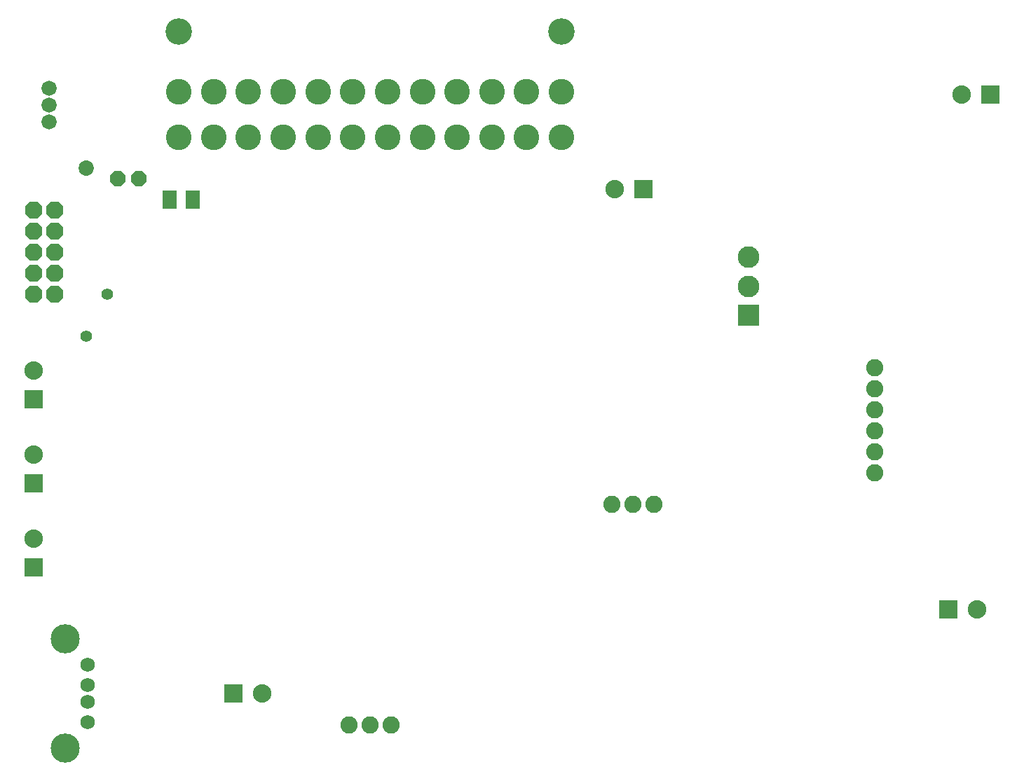
<source format=gts>
G75*
G70*
%OFA0B0*%
%FSLAX24Y24*%
%IPPOS*%
%LPD*%
%AMOC8*
5,1,8,0,0,1.08239X$1,22.5*
%
%ADD10C,0.0820*%
%ADD11R,0.1030X0.1030*%
%ADD12C,0.1030*%
%ADD13R,0.0880X0.0880*%
%ADD14C,0.0880*%
%ADD15OC8,0.0820*%
%ADD16C,0.0720*%
%ADD17C,0.1386*%
%ADD18C,0.0682*%
%ADD19C,0.1222*%
%ADD20C,0.1261*%
%ADD21OC8,0.0740*%
%ADD22R,0.0710X0.0867*%
%ADD23C,0.0556*%
%ADD24C,0.0730*%
D10*
X018632Y003100D03*
X019632Y003100D03*
X020632Y003100D03*
X031132Y013600D03*
X032132Y013600D03*
X033132Y013600D03*
X043632Y015100D03*
X043632Y016100D03*
X043632Y017100D03*
X043632Y018100D03*
X043632Y019100D03*
X043632Y020100D03*
D11*
X037632Y022600D03*
D12*
X037632Y023978D03*
X037632Y025356D03*
D13*
X032632Y028600D03*
X049132Y033100D03*
X047132Y008600D03*
X013132Y004600D03*
X003632Y010600D03*
X003632Y014600D03*
X003632Y018600D03*
D14*
X003632Y019978D03*
X003632Y015978D03*
X003632Y011978D03*
X014510Y004600D03*
X048510Y008600D03*
X031254Y028600D03*
X047754Y033100D03*
D15*
X004632Y027600D03*
X003632Y027600D03*
X003632Y026600D03*
X004632Y026600D03*
X004632Y025600D03*
X003632Y025600D03*
X003632Y024600D03*
X004632Y024600D03*
X004632Y023600D03*
X003632Y023600D03*
D16*
X004348Y031813D03*
X004348Y032600D03*
X004348Y033387D03*
D17*
X005132Y002013D03*
X005132Y007187D03*
D18*
X006195Y005978D03*
X006195Y004994D03*
X006195Y004206D03*
X006195Y003222D03*
D19*
X010537Y031061D03*
X012191Y031061D03*
X013844Y031061D03*
X015498Y031061D03*
X017152Y031061D03*
X018805Y031061D03*
X020459Y031061D03*
X022112Y031061D03*
X023766Y031061D03*
X025419Y031061D03*
X027073Y031061D03*
X028726Y031061D03*
X028726Y033226D03*
X027073Y033226D03*
X025419Y033226D03*
X023766Y033226D03*
X022112Y033226D03*
X020459Y033226D03*
X018805Y033226D03*
X017152Y033226D03*
X015498Y033226D03*
X013844Y033226D03*
X012191Y033226D03*
X010537Y033226D03*
D20*
X010537Y036100D03*
X028726Y036100D03*
D21*
X008632Y029100D03*
X007632Y029100D03*
D22*
X010081Y028100D03*
X011183Y028100D03*
D23*
X007132Y023600D03*
X006132Y021600D03*
X020459Y030773D03*
D24*
X006132Y029600D03*
M02*

</source>
